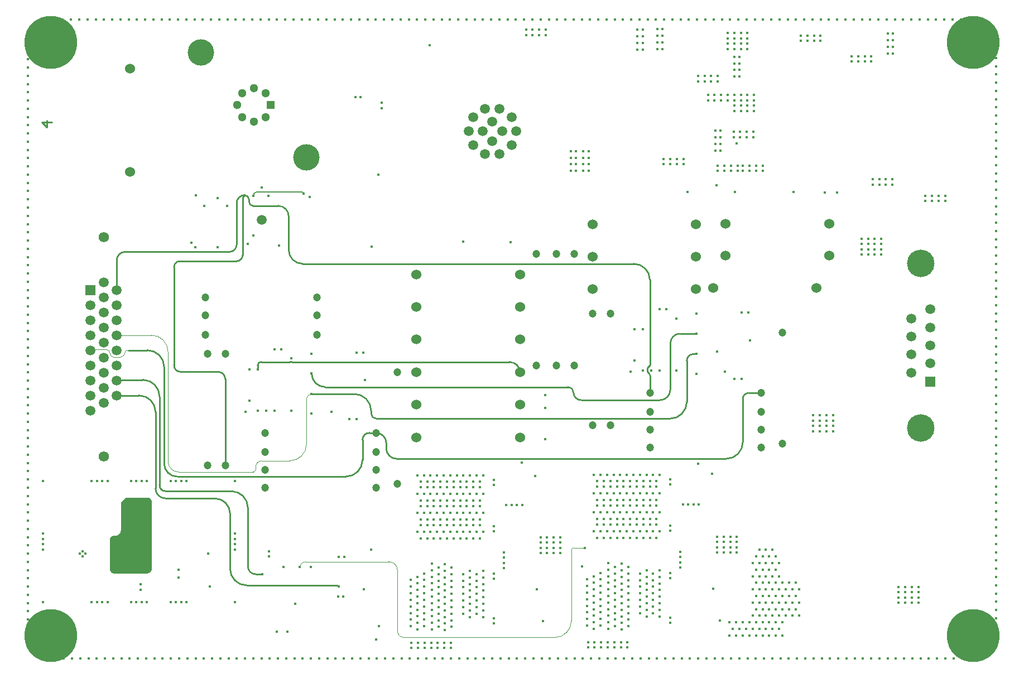
<source format=gbr>
%TF.GenerationSoftware,Altium Limited,Altium Designer,24.2.2 (26)*%
G04 Layer_Physical_Order=4*
G04 Layer_Color=16440176*
%FSLAX45Y45*%
%MOMM*%
%TF.SameCoordinates,B61E387C-C652-4A73-A4A4-6DD95E315EF5*%
%TF.FilePolarity,Positive*%
%TF.FileFunction,Copper,L4,Inr,Signal*%
%TF.Part,Single*%
G01*
G75*
%TA.AperFunction,Conductor*%
%ADD10C,0.25400*%
%ADD11C,0.10000*%
%ADD12C,0.15000*%
%TA.AperFunction,NonConductor*%
%ADD82C,0.25400*%
%TA.AperFunction,ComponentPad*%
%ADD85C,1.30000*%
%ADD86R,1.30000X1.30000*%
%ADD87C,1.50000*%
%ADD88C,1.20000*%
%ADD90R,1.50000X1.50000*%
%ADD91C,1.57500*%
%ADD92C,1.50800*%
%ADD93R,1.50800X1.50800*%
%ADD94C,4.16600*%
%TA.AperFunction,ViaPad*%
%ADD95C,4.00000*%
%ADD96C,8.00000*%
%ADD97C,0.45000*%
%ADD98C,1.50000*%
%TA.AperFunction,ComponentPad*%
%ADD110C,1.52400*%
G36*
X4636600Y4121100D02*
Y4113220D01*
X4633525Y4097764D01*
X4627495Y4083205D01*
X4618740Y4070103D01*
X4607597Y4058959D01*
X4594494Y4050204D01*
X4579935Y4044174D01*
X4564479Y4041100D01*
X4556600D01*
D01*
X4066600D01*
X4059705D01*
X4046181Y4043789D01*
X4033442Y4049066D01*
X4021977Y4056727D01*
X4012227Y4066477D01*
X4004567Y4077942D01*
X3999290Y4090681D01*
X3996600Y4104205D01*
Y4111099D01*
D01*
Y4551100D01*
Y4563034D01*
X4005734Y4585087D01*
X4022612Y4601965D01*
X4044665Y4611099D01*
X4056600D01*
D01*
X4066600D01*
X4076401Y4611581D01*
X4095628Y4615405D01*
X4113739Y4622907D01*
X4130039Y4633798D01*
X4143901Y4647660D01*
X4154792Y4663960D01*
X4162294Y4682071D01*
X4166118Y4701298D01*
X4166600Y4711100D01*
D01*
Y5081100D01*
Y5091933D01*
X4170827Y5113185D01*
X4179119Y5133204D01*
X4191157Y5151220D01*
X4206479Y5166542D01*
X4224495Y5178580D01*
X4244514Y5186872D01*
X4265766Y5191100D01*
X4276600D01*
D01*
X4576600D01*
X4588534D01*
X4610587Y5181965D01*
X4627465Y5165087D01*
X4636600Y5143034D01*
Y5131099D01*
D01*
Y4121100D01*
D02*
G37*
D10*
X6738449Y7249639D02*
G03*
X6734292Y7250000I-4271J-25039D01*
G01*
X6761749D02*
G03*
X6757600Y7249640I114J-25400D01*
G01*
X10218021Y7094002D02*
G03*
X10062023Y7250000I-155998J0D01*
G01*
X6290000D02*
G03*
X6240521Y7200521I0J-49479D01*
G01*
X6738449Y7249639D02*
G03*
X6757600Y7249640I9572J54364D01*
G01*
X6110000Y9710000D02*
G03*
X6040000Y9780000I-70000J0D01*
G01*
D02*
G03*
X5920000Y9660000I0J-120000D01*
G01*
X6710000Y8950000D02*
G03*
X6920000Y8740000I210000J0D01*
G01*
X5060000Y8780000D02*
G03*
X4970000Y8690000I0J-90000D01*
G01*
X5920000Y8780000D02*
G03*
X6010000Y8870000I0J90000D01*
G01*
X12190000Y7047320D02*
G03*
X12170000Y7090000I-55538J0D01*
G01*
X12190000Y8496000D02*
G03*
X11946000Y8740000I-244000J0D01*
G01*
X7058021Y7074002D02*
G03*
X7262023Y6870000I204002J0D01*
G01*
X4820000Y7174600D02*
G03*
X4566000Y7428600I-254000J0D01*
G01*
X4820000Y5710000D02*
G03*
X5020000Y5510000I200000J0D01*
G01*
X7576000D02*
G03*
X7830000Y5764000I0J254000D01*
G01*
X7934002Y6174002D02*
G03*
X7830000Y6070000I0J-104002D01*
G01*
X8190000Y6022024D02*
G03*
X8038021Y6174002I-151979J0D01*
G01*
X11030000Y6790000D02*
G03*
X10950000Y6870000I-80000J0D01*
G01*
X11030000Y6790000D02*
G03*
X11150000Y6670000I120000J0D01*
G01*
X12340000D02*
G03*
X12500000Y6830000I0J160000D01*
G01*
X12650000Y7680000D02*
G03*
X12500000Y7530000I0J-150000D01*
G01*
X7960000Y6510002D02*
G03*
X7706000Y6764002I-254000J0D01*
G01*
X7960000Y6470000D02*
G03*
X8040000Y6390000I80000J0D01*
G01*
X12496000D02*
G03*
X12750000Y6644000I0J254000D01*
G01*
X12850000Y7370000D02*
G03*
X12750000Y7270000I0J-100000D01*
G01*
X8190000Y5940000D02*
G03*
X8350000Y5780000I160000J0D01*
G01*
X13346001D02*
G03*
X13600000Y6034000I0J254000D01*
G01*
X13689999Y6780000D02*
G03*
X13600000Y6690000I0J-90000D01*
G01*
X4970000Y7200000D02*
G03*
X5070000Y7100000I100000J0D01*
G01*
X5748021Y6991979D02*
G03*
X5640000Y7100000I-108021J0D01*
G01*
X7470000Y3840000D02*
G03*
X7450000Y3860000I-20000J0D01*
G01*
X5820000Y4114000D02*
G03*
X6074000Y3860000I254000J0D01*
G01*
X5820000Y4950000D02*
G03*
X5590000Y5180000I-230000J0D01*
G01*
X4690000Y5330000D02*
G03*
X4840000Y5180000I150000J0D01*
G01*
X4690000Y6490000D02*
G03*
X4437200Y6742800I-252800J0D01*
G01*
X4108600Y6980000D02*
G03*
X4100000Y6971400I0J-8600D01*
G01*
X4750000Y6726000D02*
G03*
X4496000Y6980000I-254000J0D01*
G01*
X4750000Y5380000D02*
G03*
X4840000Y5290000I90000J0D01*
G01*
X6090000Y5040000D02*
G03*
X5840000Y5290000I-250000J0D01*
G01*
X6090000Y4150000D02*
G03*
X6210000Y4030000I120000J0D01*
G01*
X6110000Y9676863D02*
G03*
X6166862Y9620000I56862J0D01*
G01*
X5810000Y8920000D02*
G03*
X5920000Y9030000I0J110000D01*
G01*
X6710000Y9460000D02*
G03*
X6550000Y9620000I-160000J0D01*
G01*
X4230000Y8920000D02*
G03*
X4100000Y8790000I0J-130000D01*
G01*
X6761750Y7250000D02*
X10062023D01*
X6761749D02*
X6761750D01*
X6290000D02*
X6734292D01*
X6240521Y7139609D02*
Y7200521D01*
X6040000Y9775321D02*
Y9780000D01*
X6710000Y8950000D02*
Y9460000D01*
X4970000Y7200000D02*
Y8690000D01*
X5060000Y8780000D02*
X5920000D01*
X6010000Y9745321D02*
X6040000Y9775321D01*
X6010000Y8870000D02*
Y9745321D01*
X12153946Y7124606D02*
Y7166292D01*
Y7124606D02*
X12153946Y7124606D01*
X12169771Y7090000D02*
X12169999D01*
X12170000Y7090000D01*
X12153946Y7105825D02*
X12169771Y7090000D01*
X12190000Y7202346D02*
Y8496000D01*
X12153946Y7166292D02*
X12190000Y7202346D01*
Y6780000D02*
Y7047320D01*
X12153946Y7105825D02*
Y7124606D01*
X6920000Y8740000D02*
X11946000D01*
X7058021Y6764002D02*
X7706000D01*
X4276234Y7428600D02*
X4566000D01*
X4820000Y5710000D02*
Y7174600D01*
X5020000Y5510000D02*
X7576000D01*
X7830000Y5764000D02*
Y6070000D01*
X7934002Y6174002D02*
X8038021D01*
X7262023Y6870000D02*
X10950000D01*
X11150000Y6670000D02*
X12340000D01*
X12500000Y6830000D02*
Y7530000D01*
X12650000Y7680000D02*
X12900000D01*
X7960000Y6470000D02*
Y6510002D01*
X8040000Y6390000D02*
X12496000D01*
X12750000Y6644000D02*
Y7270000D01*
X12850000Y7370000D02*
X12900000D01*
X8190000Y5940000D02*
Y6022024D01*
X8350000Y5780000D02*
X13346001D01*
X13600000Y6034000D02*
Y6690000D01*
X13689999Y6780000D02*
X13880000D01*
X5070000Y7100000D02*
X5640000D01*
X5748021Y5684003D02*
Y6991979D01*
X4750000Y5380000D02*
Y6726000D01*
X4690000Y5330000D02*
Y6490000D01*
X6074000Y3860000D02*
X7450000D01*
X5820000Y4114000D02*
Y4950000D01*
X4840000Y5180000D02*
X5590000D01*
X4100000Y6742800D02*
X4437200D01*
X4108600Y6980000D02*
X4496000D01*
X4840000Y5290000D02*
X5840000D01*
X6090000Y4150000D02*
Y5040000D01*
X6210000Y4030000D02*
X6310000D01*
X6110000Y9676863D02*
Y9710000D01*
X6166862Y9620000D02*
X6550000D01*
X5920000Y9030000D02*
Y9660000D01*
X4230000Y8920000D02*
X5810000D01*
X4100000Y8343000D02*
Y8790000D01*
D11*
X7058021Y6764002D02*
G03*
X6980000Y6685982I0J-78021D01*
G01*
X6726000Y5750000D02*
G03*
X6980000Y6004000I0J254000D01*
G01*
X6300000Y5750000D02*
G03*
X6210000Y5660000I0J-90000D01*
G01*
X6170000Y5580000D02*
G03*
X6210000Y5620000I0J40000D01*
G01*
X4880000Y5740000D02*
G03*
X5040000Y5580000I160000J0D01*
G01*
X4880000Y7403200D02*
G03*
X4626000Y7657200I-254000J0D01*
G01*
X3715400Y7440000D02*
G03*
X3704000Y7428600I0J-11400D01*
G01*
X4000000Y7380000D02*
G03*
X3940000Y7440000I-60000J0D01*
G01*
X4000000Y7380000D02*
G03*
X4060000Y7320000I60000J0D01*
G01*
X4140000D02*
G03*
X4230000Y7410000I0J90000D01*
G01*
X4248600Y7428600D02*
G03*
X4230000Y7410000I0J-18600D01*
G01*
X6960000Y4220000D02*
G03*
X6880000Y4140000I0J-80000D01*
G01*
X8360000Y4090000D02*
G03*
X8230000Y4220000I-130000J0D01*
G01*
X8360000Y3170000D02*
G03*
X8460000Y3070000I100000J0D01*
G01*
X10746000D02*
G03*
X11000000Y3324000I0J254000D01*
G01*
X11030000Y4430000D02*
G03*
X11000000Y4400000I0J-30000D01*
G01*
X6980000Y6004000D02*
Y6685982D01*
X6300000Y5750000D02*
X6726000D01*
X6210000Y5620000D02*
Y5660000D01*
X5040000Y5580000D02*
X6170000D01*
X4880000Y5740000D02*
Y7403200D01*
X4100000Y7657200D02*
X4626000D01*
X3715400Y7440000D02*
X3940000D01*
X4060000Y7320000D02*
X4140000D01*
X4248600Y7428600D02*
X4276234D01*
X6960000Y4220000D02*
X8230000D01*
X8360000Y3170000D02*
Y4090000D01*
X8460000Y3070000D02*
X10746000D01*
X11000000Y3324000D02*
Y4400000D01*
X11030000Y4430000D02*
X11200000D01*
D12*
X6940000Y9800000D02*
G03*
X6910000Y9830000I-30000J0D01*
G01*
X6230000D02*
G03*
X6170000Y9770000I0J-60000D01*
G01*
X6230000Y9830000D02*
X6910000D01*
D82*
X3114600Y10891575D02*
X2962249D01*
X3038424Y10815400D01*
Y10916967D01*
D85*
X6182000Y11401000D02*
D03*
Y10893000D02*
D03*
X5928000Y11147000D02*
D03*
X6002395Y11326605D02*
D03*
X6361605D02*
D03*
X6002395Y10967395D02*
D03*
X6361605D02*
D03*
D86*
X6436000Y11147000D02*
D03*
D87*
X10091246Y10538397D02*
D03*
X9911246Y10407620D02*
D03*
X9688754D02*
D03*
X9508754Y10538397D02*
D03*
Y10961603D02*
D03*
X9688754Y11092380D02*
D03*
X10091246Y10961603D02*
D03*
X9911246Y11092380D02*
D03*
X9800000Y10900000D02*
D03*
Y10600000D02*
D03*
X9650000Y10750000D02*
D03*
X9440000D02*
D03*
X10160000D02*
D03*
X9950000D02*
D03*
X3704000Y8114400D02*
D03*
Y7885800D02*
D03*
Y7657200D02*
D03*
Y7428600D02*
D03*
Y7200000D02*
D03*
Y6971400D02*
D03*
Y6742800D02*
D03*
Y6514000D02*
D03*
X3902000Y8457300D02*
D03*
Y8228700D02*
D03*
Y8000100D02*
D03*
Y7771500D02*
D03*
Y7542900D02*
D03*
Y7314300D02*
D03*
Y7085700D02*
D03*
Y6857100D02*
D03*
Y6628500D02*
D03*
X4100000Y8343000D02*
D03*
Y8114400D02*
D03*
Y7885800D02*
D03*
Y7657200D02*
D03*
Y7428600D02*
D03*
Y7200000D02*
D03*
Y6971400D02*
D03*
Y6742800D02*
D03*
D88*
X5748021Y5684003D02*
D03*
Y7374003D02*
D03*
X8038021Y5614002D02*
D03*
X6348021D02*
D03*
X7135997Y7660000D02*
D03*
X5445997D02*
D03*
X5445998Y7960000D02*
D03*
X7135998D02*
D03*
X5445998Y8230001D02*
D03*
X7135998D02*
D03*
X5478021Y5684003D02*
D03*
Y7374003D02*
D03*
X8358021Y7094002D02*
D03*
Y5404002D02*
D03*
X6348021Y6174002D02*
D03*
X8038021D02*
D03*
Y5344002D02*
D03*
X6348021D02*
D03*
X8038021Y5884002D02*
D03*
X6348021D02*
D03*
X12190000Y6220000D02*
D03*
X13880000D02*
D03*
X12190000Y5950000D02*
D03*
X13880000D02*
D03*
X11320000Y6290000D02*
D03*
Y7980000D02*
D03*
X12190000Y6780000D02*
D03*
X13880000D02*
D03*
X14200000Y7700000D02*
D03*
Y6010000D02*
D03*
X11590000Y6290000D02*
D03*
Y7980000D02*
D03*
X10770000Y8890000D02*
D03*
Y7200000D02*
D03*
X11040000Y8890000D02*
D03*
Y7200000D02*
D03*
X10470000Y7200000D02*
D03*
Y8890000D02*
D03*
X13880000Y6490000D02*
D03*
X12190000D02*
D03*
D90*
X3704000Y8343000D02*
D03*
D91*
X3902000Y9145000D02*
D03*
Y5813000D02*
D03*
D92*
X16158000Y7911000D02*
D03*
Y7637000D02*
D03*
Y7363000D02*
D03*
Y7089000D02*
D03*
X16442000Y8048000D02*
D03*
Y7774000D02*
D03*
Y7500000D02*
D03*
Y7226000D02*
D03*
D93*
Y6952000D02*
D03*
D94*
X16300000Y8749500D02*
D03*
Y6250500D02*
D03*
D95*
X6978470Y10353194D02*
D03*
X5382000Y11947000D02*
D03*
D96*
X17100000Y12100000D02*
D03*
Y3100000D02*
D03*
X3100000D02*
D03*
Y12100000D02*
D03*
D97*
X7470000Y3840000D02*
D03*
X16570000Y9690000D02*
D03*
X16470000D02*
D03*
Y9770000D02*
D03*
X16570000D02*
D03*
X15963000Y3756000D02*
D03*
X16063000D02*
D03*
X15963000Y3836000D02*
D03*
X16163000D02*
D03*
Y3756000D02*
D03*
X16263000D02*
D03*
X16063000Y3836000D02*
D03*
X16263000D02*
D03*
X15963000Y3596000D02*
D03*
Y3676000D02*
D03*
X16263000D02*
D03*
X16063000Y3596000D02*
D03*
X16163000D02*
D03*
X16263000D02*
D03*
X16063000Y3676000D02*
D03*
X16163000D02*
D03*
X8850000Y12060000D02*
D03*
X13200000Y9930000D02*
D03*
X14400008Y3900002D02*
D03*
X14450008Y3800002D02*
D03*
X14400008Y3700002D02*
D03*
X14450008Y3600002D02*
D03*
X14400008Y3500002D02*
D03*
X14450008Y3400002D02*
D03*
X14300008Y3900002D02*
D03*
X14350008Y3800002D02*
D03*
X14300008Y3700002D02*
D03*
X14350008Y3600002D02*
D03*
X14300008Y3500002D02*
D03*
X14350008Y3400002D02*
D03*
X14200008Y3900002D02*
D03*
X14250008Y3800002D02*
D03*
X14200008Y3700002D02*
D03*
X14250008Y3600002D02*
D03*
X14200008Y3500002D02*
D03*
X14250008Y3400002D02*
D03*
X14200008Y3300002D02*
D03*
Y3100002D02*
D03*
X14100008Y4300002D02*
D03*
X14150008Y4200002D02*
D03*
X14100008Y4100002D02*
D03*
X14150008Y4000002D02*
D03*
X14100008Y3900002D02*
D03*
X14150008Y3800002D02*
D03*
X14100008Y3700002D02*
D03*
X14150008Y3600002D02*
D03*
X14100008Y3500002D02*
D03*
X14150008Y3400002D02*
D03*
X14100008Y3300002D02*
D03*
X14150008Y3200002D02*
D03*
X14100008Y3100002D02*
D03*
X14050008Y4400002D02*
D03*
X14000008Y4300002D02*
D03*
X14050008Y4200002D02*
D03*
X14000008Y4100002D02*
D03*
X14050008Y4000002D02*
D03*
X14000008Y3900002D02*
D03*
X14050008Y3800002D02*
D03*
X14000008Y3700002D02*
D03*
X14050008Y3600002D02*
D03*
X14000008Y3500002D02*
D03*
X14050008Y3400002D02*
D03*
X14000008Y3300002D02*
D03*
X14050008Y3200002D02*
D03*
X14000008Y3100002D02*
D03*
X13950008Y4400002D02*
D03*
X13900008Y4300002D02*
D03*
X13950008Y4200002D02*
D03*
X13900008Y4100002D02*
D03*
X13950008Y4000002D02*
D03*
X13900008Y3900002D02*
D03*
X13950008Y3800002D02*
D03*
X13900008Y3700002D02*
D03*
X13950008Y3600002D02*
D03*
X13900008Y3500002D02*
D03*
X13950008Y3400002D02*
D03*
X13900008Y3300002D02*
D03*
X13950008Y3200002D02*
D03*
X13900008Y3100002D02*
D03*
X13850008Y4400002D02*
D03*
X13800008Y4300002D02*
D03*
X13850008Y4200002D02*
D03*
X13800008Y4100002D02*
D03*
X13850008Y4000002D02*
D03*
X13800008Y3900002D02*
D03*
X13850008Y3800002D02*
D03*
X13800008Y3700002D02*
D03*
X13850008Y3600002D02*
D03*
X13800008Y3500002D02*
D03*
X13850008Y3400002D02*
D03*
X13800008Y3300002D02*
D03*
X13850008Y3200002D02*
D03*
X13800008Y3100002D02*
D03*
X13750008Y4200002D02*
D03*
Y4000002D02*
D03*
Y3800002D02*
D03*
Y3600002D02*
D03*
Y3400002D02*
D03*
X13700008Y3300002D02*
D03*
X13750008Y3200002D02*
D03*
X13700008Y3100002D02*
D03*
X13600008Y3300002D02*
D03*
X13650008Y3200002D02*
D03*
X13600008Y3100002D02*
D03*
X13500008Y3300002D02*
D03*
X13550008Y3200002D02*
D03*
X13500008Y3100002D02*
D03*
X13400008Y3300002D02*
D03*
X13450008Y3200002D02*
D03*
X13400008Y3100002D02*
D03*
X4586600Y4261100D02*
D03*
Y4191100D02*
D03*
X4556600Y4131100D02*
D03*
X4486600D02*
D03*
X4426600D02*
D03*
X4366600D02*
D03*
X4306600D02*
D03*
X4246600D02*
D03*
X4186600D02*
D03*
X4126600D02*
D03*
X4076600Y4161100D02*
D03*
X4056600Y4221100D02*
D03*
Y4281100D02*
D03*
Y4341100D02*
D03*
Y4401100D02*
D03*
Y4461100D02*
D03*
Y4521100D02*
D03*
X4106600Y4561100D02*
D03*
X4156600Y4601100D02*
D03*
X4206600Y4641100D02*
D03*
X4236600Y4691100D02*
D03*
Y4751099D02*
D03*
Y4811100D02*
D03*
Y4871099D02*
D03*
Y4931100D02*
D03*
Y4991099D02*
D03*
Y5051100D02*
D03*
X4266600Y5101100D02*
D03*
X4316600Y5131099D02*
D03*
X4376600D02*
D03*
X4436600D02*
D03*
X4496600D02*
D03*
X4556600D02*
D03*
X4586600Y5091100D02*
D03*
Y5031100D02*
D03*
Y4971100D02*
D03*
Y4911100D02*
D03*
Y4851100D02*
D03*
Y4791100D02*
D03*
Y4731100D02*
D03*
Y4671100D02*
D03*
Y4611099D02*
D03*
Y4551100D02*
D03*
Y4491099D02*
D03*
Y4431100D02*
D03*
Y4371099D02*
D03*
Y4311100D02*
D03*
X12500000Y3290000D02*
D03*
X13330000Y7100000D02*
D03*
X12214261Y7124100D02*
D03*
X12080000Y7120000D02*
D03*
X8121000Y11181900D02*
D03*
X10604002Y6556979D02*
D03*
Y6746979D02*
D03*
X11900000Y7100000D02*
D03*
X3800000Y5440000D02*
D03*
X3960000D02*
D03*
X4480000D02*
D03*
X5000000D02*
D03*
X5080000D02*
D03*
X4400000D02*
D03*
X4560000D02*
D03*
X12500000Y3370000D02*
D03*
X12672544Y2753116D02*
D03*
X12547544D02*
D03*
X12340000Y3590000D02*
D03*
X12240000Y3640000D02*
D03*
X12500000Y4050000D02*
D03*
Y3970000D02*
D03*
Y4770000D02*
D03*
X12650000Y4210000D02*
D03*
Y4370000D02*
D03*
Y4290000D02*
D03*
Y4130000D02*
D03*
X12930000Y5090000D02*
D03*
X12850000D02*
D03*
X12500000Y5470000D02*
D03*
Y5390000D02*
D03*
X12290000Y5440000D02*
D03*
X9661214Y5531212D02*
D03*
X10450000Y5520000D02*
D03*
X10631214Y4351213D02*
D03*
Y4431212D02*
D03*
Y4511212D02*
D03*
Y4591212D02*
D03*
X10531214Y4351213D02*
D03*
Y4431212D02*
D03*
Y4511212D02*
D03*
Y4591212D02*
D03*
X13130000Y5550000D02*
D03*
X6310000Y4030000D02*
D03*
X6085200Y9040000D02*
D03*
X6940000Y9800000D02*
D03*
X6880000Y4140000D02*
D03*
X11200000Y4430000D02*
D03*
X11160000Y4150000D02*
D03*
X6632900Y4140000D02*
D03*
X7360000Y6490000D02*
D03*
X5898000Y5440000D02*
D03*
X2982000D02*
D03*
Y3610000D02*
D03*
X5898000D02*
D03*
X10080000Y9070000D02*
D03*
X7970000Y9000000D02*
D03*
X9358021Y9074002D02*
D03*
X7960000Y4400000D02*
D03*
X12590000Y7120000D02*
D03*
X10171214Y5081212D02*
D03*
X10251214D02*
D03*
X10011214D02*
D03*
X10831214Y4591212D02*
D03*
X10731214Y4511212D02*
D03*
Y4431212D02*
D03*
X10831214Y4351213D02*
D03*
X10731214D02*
D03*
X9971214Y4361212D02*
D03*
Y4121212D02*
D03*
Y4201212D02*
D03*
Y4281212D02*
D03*
X8571214Y2991212D02*
D03*
X8671214D02*
D03*
X8871214D02*
D03*
X9071214D02*
D03*
X8971214D02*
D03*
X8571214Y2911212D02*
D03*
X8671214D02*
D03*
X8871214D02*
D03*
X8771214D02*
D03*
X9071214D02*
D03*
X8971214D02*
D03*
X10571214Y3321212D02*
D03*
X9821214Y5461212D02*
D03*
Y5381212D02*
D03*
Y4761212D02*
D03*
Y4681212D02*
D03*
Y3961212D02*
D03*
Y4041212D02*
D03*
Y3281212D02*
D03*
Y3361212D02*
D03*
X8881214Y3491212D02*
D03*
Y3991212D02*
D03*
Y3891212D02*
D03*
Y3791212D02*
D03*
Y3591212D02*
D03*
Y3691212D02*
D03*
Y3391212D02*
D03*
Y3191212D02*
D03*
Y4091212D02*
D03*
Y4191212D02*
D03*
X8561214Y3541212D02*
D03*
Y3841213D02*
D03*
Y3741212D02*
D03*
Y3641212D02*
D03*
Y3441212D02*
D03*
Y3341212D02*
D03*
Y3241212D02*
D03*
Y3941213D02*
D03*
X8761214Y3841213D02*
D03*
Y3641212D02*
D03*
X8661214Y3891213D02*
D03*
Y3691213D02*
D03*
X8761214Y3541212D02*
D03*
X8661214Y3591213D02*
D03*
X8761214Y3741212D02*
D03*
X8661214Y3791213D02*
D03*
X8761214Y3441212D02*
D03*
X8661214Y3191212D02*
D03*
Y3391212D02*
D03*
X8761214Y3341212D02*
D03*
X8661214Y3491212D02*
D03*
X8761214Y3241212D02*
D03*
X8661214Y3291212D02*
D03*
X8761214Y3941213D02*
D03*
Y4041213D02*
D03*
X8661214Y3991213D02*
D03*
X8981214Y3631212D02*
D03*
Y3931213D02*
D03*
Y3431212D02*
D03*
Y3831213D02*
D03*
Y4031213D02*
D03*
Y3531212D02*
D03*
Y4131213D02*
D03*
Y3731213D02*
D03*
X9181214Y4131213D02*
D03*
Y4031213D02*
D03*
X9081214Y3781213D02*
D03*
Y3881213D02*
D03*
Y3981213D02*
D03*
Y4181213D02*
D03*
Y4081213D02*
D03*
Y3481212D02*
D03*
Y3581213D02*
D03*
Y3681213D02*
D03*
X9181214Y3231212D02*
D03*
Y3331212D02*
D03*
X9081214Y3381212D02*
D03*
Y3181212D02*
D03*
Y3281212D02*
D03*
X8981214Y3331212D02*
D03*
Y3231212D02*
D03*
X9181214Y3731213D02*
D03*
Y3431212D02*
D03*
Y3831213D02*
D03*
Y3631212D02*
D03*
Y3931213D02*
D03*
Y3531212D02*
D03*
X9661214Y3781212D02*
D03*
Y4081212D02*
D03*
Y3981212D02*
D03*
Y3881212D02*
D03*
Y3681212D02*
D03*
Y3381212D02*
D03*
Y3581212D02*
D03*
Y3481212D02*
D03*
X9461214Y3381212D02*
D03*
X9361214Y3731212D02*
D03*
X9561214Y3531212D02*
D03*
Y3431212D02*
D03*
X9461214Y3681212D02*
D03*
X9361214Y3631212D02*
D03*
Y3531212D02*
D03*
Y3431212D02*
D03*
X9561214Y3731212D02*
D03*
Y3631212D02*
D03*
X9461214Y3481212D02*
D03*
Y3581212D02*
D03*
X9361214Y4031212D02*
D03*
X9561214D02*
D03*
X9461214Y3981212D02*
D03*
Y3781212D02*
D03*
Y4081212D02*
D03*
X9361214Y3931212D02*
D03*
X9561214D02*
D03*
X9361214Y3831212D02*
D03*
X9461214Y3881212D02*
D03*
X9561214Y3831212D02*
D03*
X9461214Y5531212D02*
D03*
X9561214D02*
D03*
X8961214D02*
D03*
X9061214D02*
D03*
X9261214D02*
D03*
X9361214D02*
D03*
X9161214D02*
D03*
X8861214D02*
D03*
X8661214D02*
D03*
X8761214D02*
D03*
X9611214Y5431212D02*
D03*
X8811214D02*
D03*
X9311214D02*
D03*
X9511214D02*
D03*
X8711214D02*
D03*
X9211214D02*
D03*
X9011214D02*
D03*
X9111214D02*
D03*
X8911214D02*
D03*
X9411214D02*
D03*
X9611214Y5061212D02*
D03*
X8811214D02*
D03*
X8911214D02*
D03*
X8711214D02*
D03*
X9011214D02*
D03*
X9611214Y4861212D02*
D03*
X9661214Y4961212D02*
D03*
X9011214Y4861212D02*
D03*
X8761214Y4961212D02*
D03*
X8911214Y4861212D02*
D03*
X8711214D02*
D03*
X8661214Y4961212D02*
D03*
X8861214D02*
D03*
X8961214D02*
D03*
X8811214Y4861212D02*
D03*
X9061214Y4961212D02*
D03*
X9311214Y4861212D02*
D03*
X9261214Y4961212D02*
D03*
X9161214D02*
D03*
X9211214Y4861212D02*
D03*
X9111214D02*
D03*
Y5061212D02*
D03*
X9211214D02*
D03*
X9311214D02*
D03*
X9561214Y4961212D02*
D03*
X9511214Y5061212D02*
D03*
Y4861212D02*
D03*
X9461214Y4961212D02*
D03*
X9361214D02*
D03*
X9411214Y5061212D02*
D03*
Y4861212D02*
D03*
X9611214Y4571212D02*
D03*
X9661214Y4671212D02*
D03*
X9611214Y4771212D02*
D03*
X9011214Y4571212D02*
D03*
X8661214Y4671212D02*
D03*
X8711214Y4571212D02*
D03*
X8811214D02*
D03*
X8761214Y4671212D02*
D03*
X8861214D02*
D03*
X8911214Y4571212D02*
D03*
X8961214Y4671212D02*
D03*
X9061214D02*
D03*
X8711214Y4771212D02*
D03*
X8911214D02*
D03*
X9011214D02*
D03*
X8811214D02*
D03*
X9311214D02*
D03*
Y4571212D02*
D03*
X9161214Y4671212D02*
D03*
X9111214Y4771212D02*
D03*
X9261214Y4671212D02*
D03*
X9211214Y4571212D02*
D03*
X9111214D02*
D03*
X9211214Y4771212D02*
D03*
X9411214Y4571212D02*
D03*
X9511214Y4771212D02*
D03*
Y4571212D02*
D03*
X9461214Y4671212D02*
D03*
X9561214D02*
D03*
X9361214D02*
D03*
X9411214Y4771212D02*
D03*
X9011214Y5351212D02*
D03*
X9061214Y5251212D02*
D03*
X8811214Y5351212D02*
D03*
X8911214D02*
D03*
X8961214Y5251212D02*
D03*
X8711214Y5351212D02*
D03*
X8761214Y5251212D02*
D03*
X8861214D02*
D03*
X8661214D02*
D03*
X9611214Y5351212D02*
D03*
X9661214Y5251212D02*
D03*
X9611214Y5151212D02*
D03*
X8911214D02*
D03*
X9011214D02*
D03*
X8811214D02*
D03*
X8711214D02*
D03*
X9111214Y5351212D02*
D03*
X9261214Y5251212D02*
D03*
X9111214Y5151212D02*
D03*
X9161214Y5251212D02*
D03*
X9211214Y5351212D02*
D03*
Y5151212D02*
D03*
X9411214Y5351212D02*
D03*
X9311214Y5151212D02*
D03*
X9561214Y5251212D02*
D03*
X9511214Y5151212D02*
D03*
X9411214D02*
D03*
X9461214Y5251212D02*
D03*
X9511214Y5351212D02*
D03*
X9361214Y5251212D02*
D03*
X9311214Y5351212D02*
D03*
X10091214Y5081212D02*
D03*
X8881214Y3291212D02*
D03*
X10471214Y3801212D02*
D03*
X10604002Y6081979D02*
D03*
X6498021Y7444002D02*
D03*
X6240521Y7139609D02*
D03*
X6113521D02*
D03*
X6748021Y7304002D02*
D03*
X7058021Y7374003D02*
D03*
X6598021Y7444002D02*
D03*
X7058021Y7074002D02*
D03*
X7738021Y7394002D02*
D03*
X7868021Y6974003D02*
D03*
X7628021Y6384002D02*
D03*
X7838021Y7394002D02*
D03*
X7738021Y6384002D02*
D03*
X6113521Y6666396D02*
D03*
X7058021Y6464003D02*
D03*
X6748021Y6514002D02*
D03*
X6498021D02*
D03*
X6368021D02*
D03*
X6058021Y6494003D02*
D03*
X7058021Y6764002D02*
D03*
X6238021Y6514002D02*
D03*
X13580000Y6990000D02*
D03*
X13470000D02*
D03*
X8070000Y10090000D02*
D03*
X5632500Y9737500D02*
D03*
X6170000Y9170000D02*
D03*
X5630000Y8990000D02*
D03*
X5297500Y8994879D02*
D03*
X6560000Y9020000D02*
D03*
X6040000Y9780000D02*
D03*
X13460001Y10660000D02*
D03*
Y10740000D02*
D03*
X13660001D02*
D03*
X13560001D02*
D03*
Y10660000D02*
D03*
X13660001D02*
D03*
X13760001D02*
D03*
Y10740000D02*
D03*
X13210001Y7410000D02*
D03*
Y4440000D02*
D03*
Y4520000D02*
D03*
X13310001Y4440000D02*
D03*
Y4360000D02*
D03*
Y4520000D02*
D03*
X13250000Y3330000D02*
D03*
X7850000Y3800000D02*
D03*
X10731214Y4591212D02*
D03*
X10831214Y4511212D02*
D03*
Y4431212D02*
D03*
X13410001Y4440000D02*
D03*
X13510001Y4360000D02*
D03*
X13410001D02*
D03*
X13510001Y4440000D02*
D03*
X13210001Y4360000D02*
D03*
X13510001Y4600000D02*
D03*
X13310001D02*
D03*
X13510001Y4520000D02*
D03*
X13410001D02*
D03*
Y4600000D02*
D03*
X13210001D02*
D03*
X14870000Y6280000D02*
D03*
X14770000D02*
D03*
X14970000Y6200000D02*
D03*
X14870000D02*
D03*
X14770000D02*
D03*
X14970000Y6280000D02*
D03*
X14670000D02*
D03*
Y6200000D02*
D03*
X14970000Y6440000D02*
D03*
X14770000D02*
D03*
X14970000Y6360000D02*
D03*
X14870000D02*
D03*
Y6440000D02*
D03*
X14670000D02*
D03*
X14770000Y6360000D02*
D03*
X14670000D02*
D03*
X15600000Y8960000D02*
D03*
X15500000D02*
D03*
X15700000Y8880000D02*
D03*
X15600000D02*
D03*
X15500000D02*
D03*
X15700000Y8960000D02*
D03*
X15400000D02*
D03*
Y8880000D02*
D03*
X15700000Y9120000D02*
D03*
X15500000D02*
D03*
X15700000Y9040000D02*
D03*
X15600000D02*
D03*
Y9120000D02*
D03*
X15400000D02*
D03*
X15500000Y9040000D02*
D03*
X15400000D02*
D03*
X12920000Y5710000D02*
D03*
X10250000Y5720000D02*
D03*
X14839999Y9820000D02*
D03*
X12900000Y7680000D02*
D03*
Y7980000D02*
D03*
Y7070000D02*
D03*
Y7370000D02*
D03*
X13710001Y7580000D02*
D03*
X13680000Y8000000D02*
D03*
X13580000D02*
D03*
X12082501Y7745607D02*
D03*
X11955501Y7272393D02*
D03*
X14480000Y12120000D02*
D03*
Y12200000D02*
D03*
X14780000D02*
D03*
X14680000Y12120000D02*
D03*
X14580000D02*
D03*
X14780000D02*
D03*
X14580000Y12200000D02*
D03*
X14680000D02*
D03*
X15550000Y11890000D02*
D03*
X15250000D02*
D03*
X15550000Y11810000D02*
D03*
X15450000D02*
D03*
X15350000D02*
D03*
X15450000Y11890000D02*
D03*
X15350000D02*
D03*
X15250000Y11810000D02*
D03*
X12380000Y12000000D02*
D03*
Y12100000D02*
D03*
X12300000Y12000000D02*
D03*
Y12100000D02*
D03*
Y12200000D02*
D03*
X12380000D02*
D03*
Y12300000D02*
D03*
X12300000D02*
D03*
X12080000Y11990000D02*
D03*
X12000000D02*
D03*
Y12090000D02*
D03*
Y12190000D02*
D03*
X12080000D02*
D03*
Y12090000D02*
D03*
Y12290000D02*
D03*
X12000000D02*
D03*
X10310000Y12210000D02*
D03*
Y12290000D02*
D03*
X10410000D02*
D03*
X10510000Y12210000D02*
D03*
X10610000D02*
D03*
X10410000D02*
D03*
X10510000Y12290000D02*
D03*
X10610000D02*
D03*
X10990000Y10450000D02*
D03*
Y10350000D02*
D03*
Y10250000D02*
D03*
Y10150000D02*
D03*
X11070000Y10450000D02*
D03*
Y10350000D02*
D03*
Y10250000D02*
D03*
Y10150000D02*
D03*
X10990000Y10350000D02*
D03*
Y10250000D02*
D03*
Y10150000D02*
D03*
Y10350000D02*
D03*
Y10250000D02*
D03*
Y10150000D02*
D03*
X11070000Y10350000D02*
D03*
Y10250000D02*
D03*
Y10150000D02*
D03*
X11180000Y10450000D02*
D03*
Y10350000D02*
D03*
Y10250000D02*
D03*
Y10150000D02*
D03*
X11260000Y10450000D02*
D03*
Y10350000D02*
D03*
Y10250000D02*
D03*
Y10150000D02*
D03*
X11180000Y10350000D02*
D03*
Y10250000D02*
D03*
Y10150000D02*
D03*
Y10350000D02*
D03*
Y10250000D02*
D03*
Y10150000D02*
D03*
X11260000Y10350000D02*
D03*
Y10250000D02*
D03*
Y10150000D02*
D03*
X13900000Y10230000D02*
D03*
X13800000D02*
D03*
X13900000Y10150000D02*
D03*
X13700000D02*
D03*
X13600000D02*
D03*
X13700000Y10230000D02*
D03*
X13600000D02*
D03*
X13800000Y10150000D02*
D03*
X13520000Y10230000D02*
D03*
X13420000D02*
D03*
X13520000Y10150000D02*
D03*
X13420000D02*
D03*
X13320000D02*
D03*
X13220000D02*
D03*
X13320000Y10230000D02*
D03*
X13220000D02*
D03*
X12700000Y10330000D02*
D03*
X12600000D02*
D03*
X12500000D02*
D03*
X12400000D02*
D03*
X12700000Y10250000D02*
D03*
X12600000D02*
D03*
X12400000D02*
D03*
X12500000D02*
D03*
X13220000Y11590000D02*
D03*
X13120000D02*
D03*
X13020000D02*
D03*
X12920000D02*
D03*
X13220000Y11510000D02*
D03*
X13120000D02*
D03*
X13020000D02*
D03*
X12920000D02*
D03*
X13120000Y11590000D02*
D03*
X13020000D02*
D03*
X12920000D02*
D03*
X13120000D02*
D03*
X13020000D02*
D03*
X12920000D02*
D03*
X13120000Y11510000D02*
D03*
X13020000D02*
D03*
X12920000D02*
D03*
X13370000Y12160000D02*
D03*
X13470000D02*
D03*
X13370000Y12240000D02*
D03*
X13570000D02*
D03*
Y12160000D02*
D03*
X13670000D02*
D03*
X13470000Y12240000D02*
D03*
X13670000D02*
D03*
X13370000Y12000000D02*
D03*
Y12080000D02*
D03*
X13670000D02*
D03*
X13470000Y12000000D02*
D03*
X13570000D02*
D03*
X13670000D02*
D03*
X13470000Y12080000D02*
D03*
X13570000D02*
D03*
X13470000Y11060000D02*
D03*
X13670000D02*
D03*
X13770000D02*
D03*
X13470000Y11140000D02*
D03*
X13570000D02*
D03*
X13670000D02*
D03*
X13770000D02*
D03*
X13570000Y11060000D02*
D03*
X13470000Y11220000D02*
D03*
X13770000D02*
D03*
X13470000Y11300000D02*
D03*
X13570000D02*
D03*
X13670000D02*
D03*
X13770000D02*
D03*
X13570000Y11220000D02*
D03*
X13670000D02*
D03*
X13070000D02*
D03*
Y11300000D02*
D03*
X13170000D02*
D03*
X13270000D02*
D03*
X13370000D02*
D03*
X13170000Y11220000D02*
D03*
X13270000D02*
D03*
X13370000D02*
D03*
X13180000Y10760000D02*
D03*
Y10660000D02*
D03*
Y10560000D02*
D03*
Y10460000D02*
D03*
X13260001Y10760000D02*
D03*
Y10660000D02*
D03*
Y10560000D02*
D03*
Y10460000D02*
D03*
X13180000Y10660000D02*
D03*
Y10560000D02*
D03*
Y10460000D02*
D03*
Y10660000D02*
D03*
Y10560000D02*
D03*
Y10460000D02*
D03*
X13260001Y10660000D02*
D03*
Y10560000D02*
D03*
Y10460000D02*
D03*
X13470000Y11880000D02*
D03*
Y11680000D02*
D03*
X13550000Y11880000D02*
D03*
Y11580000D02*
D03*
X13470000D02*
D03*
Y11780000D02*
D03*
X13550000D02*
D03*
Y11680000D02*
D03*
X15870000Y10020000D02*
D03*
X15670000D02*
D03*
X15870000Y9940000D02*
D03*
X15670000D02*
D03*
X15570000Y10020000D02*
D03*
X15770000D02*
D03*
Y9940000D02*
D03*
X15570000D02*
D03*
X16670000Y9770000D02*
D03*
X16370000D02*
D03*
X16670000Y9690000D02*
D03*
X16370000D02*
D03*
X15030000Y9820000D02*
D03*
X14370000Y9830000D02*
D03*
X13480000D02*
D03*
X12760000D02*
D03*
X12340000Y8050000D02*
D03*
X12440000D02*
D03*
X12590000Y7910000D02*
D03*
X12340000Y7120000D02*
D03*
X11955501Y7745607D02*
D03*
X12290000Y5160000D02*
D03*
X12340000Y5260000D02*
D03*
X12290000Y5360000D02*
D03*
X12240000Y5260000D02*
D03*
X12190000Y5360000D02*
D03*
X12140000Y5260000D02*
D03*
X12190000Y5160000D02*
D03*
X12090000Y5360000D02*
D03*
X12040000Y5260000D02*
D03*
X12090000Y5160000D02*
D03*
X11990000D02*
D03*
X11440000Y5540000D02*
D03*
X11640000D02*
D03*
X11490000Y5440000D02*
D03*
X11540000Y5540000D02*
D03*
X11590000Y5440000D02*
D03*
X11690000D02*
D03*
X11740000Y5540000D02*
D03*
X11940000D02*
D03*
X11790000Y5440000D02*
D03*
X11840000Y5540000D02*
D03*
X11890000Y5440000D02*
D03*
X12340000Y5540000D02*
D03*
X12040000D02*
D03*
X12240000D02*
D03*
X12090000Y5440000D02*
D03*
X12140000Y5540000D02*
D03*
X12190000Y5440000D02*
D03*
X11990000D02*
D03*
X12240000Y4680000D02*
D03*
X12290000Y4780000D02*
D03*
Y4580000D02*
D03*
X12190000Y4780000D02*
D03*
X12140000Y4680000D02*
D03*
X12190000Y4580000D02*
D03*
X12090000Y4780000D02*
D03*
X12040000Y4680000D02*
D03*
X12090000Y4580000D02*
D03*
X11990000Y4780000D02*
D03*
Y4580000D02*
D03*
X12500000Y4690000D02*
D03*
X12340000Y4680000D02*
D03*
X11890000Y4780000D02*
D03*
X11790000Y4580000D02*
D03*
X11840000Y4680000D02*
D03*
X11890000Y4580000D02*
D03*
X11790000Y4780000D02*
D03*
X11740000Y4680000D02*
D03*
X11690000Y4780000D02*
D03*
X11640000Y4680000D02*
D03*
X11690000Y4580000D02*
D03*
X11340000Y4680000D02*
D03*
X11540000D02*
D03*
X11590000Y4580000D02*
D03*
X11440000Y4680000D02*
D03*
X11490000Y4580000D02*
D03*
X11390000Y4780000D02*
D03*
Y4580000D02*
D03*
X11490000Y4780000D02*
D03*
X11590000D02*
D03*
X11560000Y4200000D02*
D03*
X11990000Y5070000D02*
D03*
X11940000Y4970000D02*
D03*
X11990000Y4870000D02*
D03*
X11890000D02*
D03*
X11940000Y4680000D02*
D03*
X11890000Y5070000D02*
D03*
X11490000D02*
D03*
X11790000D02*
D03*
X11690000D02*
D03*
X11590000D02*
D03*
X11390000D02*
D03*
X11340000Y4970000D02*
D03*
X11840000D02*
D03*
X11740000D02*
D03*
X11790000Y4870000D02*
D03*
X11640000Y4970000D02*
D03*
X11690000Y4870000D02*
D03*
X11540000Y4970000D02*
D03*
X11590000Y4870000D02*
D03*
X11440000Y4970000D02*
D03*
X11490000Y4870000D02*
D03*
X11390000D02*
D03*
X12290000D02*
D03*
X12690000Y5090000D02*
D03*
X12770000D02*
D03*
X12340000Y4970000D02*
D03*
X12290000Y5070000D02*
D03*
X12240000Y4970000D02*
D03*
X12190000Y5070000D02*
D03*
X12140000Y4970000D02*
D03*
X12190000Y4870000D02*
D03*
X12090000Y5070000D02*
D03*
X12040000Y4970000D02*
D03*
X12090000Y4870000D02*
D03*
X11990000Y5360000D02*
D03*
X11790000D02*
D03*
X11940000Y5260000D02*
D03*
X11890000Y5360000D02*
D03*
X11840000Y5260000D02*
D03*
X11890000Y5160000D02*
D03*
X11740000Y5260000D02*
D03*
X11790000Y5160000D02*
D03*
X11690000Y5360000D02*
D03*
Y5160000D02*
D03*
X11440000Y5260000D02*
D03*
X11640000D02*
D03*
X11590000Y5360000D02*
D03*
X11540000Y5260000D02*
D03*
X11590000Y5160000D02*
D03*
X11490000Y5360000D02*
D03*
Y5160000D02*
D03*
X11390000Y5360000D02*
D03*
X11340000Y5260000D02*
D03*
X11390000Y5160000D02*
D03*
Y5440000D02*
D03*
X11340000Y5540000D02*
D03*
X12340000Y4090000D02*
D03*
X12140000D02*
D03*
X11240000Y3750000D02*
D03*
Y3950000D02*
D03*
Y3850000D02*
D03*
Y3650000D02*
D03*
Y3550000D02*
D03*
Y3450000D02*
D03*
X11250000Y2920000D02*
D03*
X11350000Y3000000D02*
D03*
X11250000D02*
D03*
X11240000Y3250000D02*
D03*
X11350000Y2920000D02*
D03*
X11240000Y3350000D02*
D03*
X11860000Y3240000D02*
D03*
X11760000Y3190000D02*
D03*
X11660000Y3240000D02*
D03*
X11760000Y3290000D02*
D03*
X11660000Y3340000D02*
D03*
X11760000Y3390000D02*
D03*
X11660000Y3440000D02*
D03*
X11760000Y3490000D02*
D03*
X11660000Y3540000D02*
D03*
X11760000Y3590000D02*
D03*
X11660000Y3640000D02*
D03*
X11760000Y3690000D02*
D03*
X11860000Y3740000D02*
D03*
Y3340000D02*
D03*
Y3440000D02*
D03*
Y3540000D02*
D03*
Y3640000D02*
D03*
Y3840000D02*
D03*
Y3940000D02*
D03*
Y4040000D02*
D03*
Y4140000D02*
D03*
X11660000Y3940000D02*
D03*
Y3740000D02*
D03*
X11760000Y3790000D02*
D03*
X11660000Y3840000D02*
D03*
X11760000Y3890000D02*
D03*
Y3990000D02*
D03*
X11660000Y4040000D02*
D03*
X11760000Y4090000D02*
D03*
X11660000Y4140000D02*
D03*
X11760000Y4190001D02*
D03*
X11560000Y3500000D02*
D03*
Y3400000D02*
D03*
Y3199999D02*
D03*
Y3299999D02*
D03*
Y4100000D02*
D03*
Y4000000D02*
D03*
Y3900000D02*
D03*
Y3800000D02*
D03*
Y3700000D02*
D03*
Y3600000D02*
D03*
X11440000Y4050000D02*
D03*
Y3550000D02*
D03*
Y3650000D02*
D03*
Y3750000D02*
D03*
Y3850000D02*
D03*
Y3950000D02*
D03*
Y3450000D02*
D03*
Y3350000D02*
D03*
Y3250000D02*
D03*
X11340000Y3200000D02*
D03*
Y3400000D02*
D03*
Y3500000D02*
D03*
Y3600000D02*
D03*
Y3700000D02*
D03*
Y3800000D02*
D03*
Y3900000D02*
D03*
Y4000000D02*
D03*
Y3300000D02*
D03*
X13150000Y3810000D02*
D03*
X12340000Y3690000D02*
D03*
Y3990000D02*
D03*
Y3890000D02*
D03*
Y3790000D02*
D03*
X12040000Y4040000D02*
D03*
X12140000Y3990000D02*
D03*
X12240000Y4040000D02*
D03*
X12040000Y3940000D02*
D03*
X12140000Y3890000D02*
D03*
X12240000Y3940000D02*
D03*
X12040000Y3840000D02*
D03*
X12140000Y3790000D02*
D03*
X12240000Y3840000D02*
D03*
X12040000Y3740000D02*
D03*
X12140000Y3690000D02*
D03*
X12240000Y3740000D02*
D03*
X12040000Y3640000D02*
D03*
X12340000Y3390000D02*
D03*
Y3490000D02*
D03*
X12140000Y3590000D02*
D03*
Y3490000D02*
D03*
X12240000Y3540000D02*
D03*
X12140000Y3390000D02*
D03*
X12240000Y3439999D02*
D03*
X12040000D02*
D03*
Y3540000D02*
D03*
X11450000Y3000000D02*
D03*
X11550000D02*
D03*
X11650000D02*
D03*
X11750000D02*
D03*
X11850000D02*
D03*
X11450000Y2920000D02*
D03*
X11550000D02*
D03*
X11650000D02*
D03*
X11750000D02*
D03*
X11850000D02*
D03*
X15800000Y12230000D02*
D03*
Y12130000D02*
D03*
Y12030000D02*
D03*
X15880000Y12230000D02*
D03*
Y12130000D02*
D03*
Y12030000D02*
D03*
Y12230000D02*
D03*
Y12130000D02*
D03*
Y12030000D02*
D03*
X15800000Y12230000D02*
D03*
Y12130000D02*
D03*
Y12030000D02*
D03*
Y11930000D02*
D03*
X15880000Y12230000D02*
D03*
Y12130000D02*
D03*
Y12030000D02*
D03*
Y11930000D02*
D03*
X8771214Y2991212D02*
D03*
X9171214Y2911212D02*
D03*
Y2991212D02*
D03*
X7720000Y11270000D02*
D03*
X7800000D02*
D03*
X6300000Y9900000D02*
D03*
X5780000Y9620000D02*
D03*
X6400000Y9770000D02*
D03*
X3800000Y3610000D02*
D03*
X3719999D02*
D03*
X3959999D02*
D03*
X3879999D02*
D03*
X4400000D02*
D03*
X4319999D02*
D03*
X4560000D02*
D03*
X4479999D02*
D03*
X5000000D02*
D03*
X4920000D02*
D03*
X5160000D02*
D03*
X5079999D02*
D03*
X5898000Y4565000D02*
D03*
Y4645000D02*
D03*
Y4405000D02*
D03*
Y4485000D02*
D03*
X5160000Y5440000D02*
D03*
X4920000D02*
D03*
X4320000D02*
D03*
X3880000D02*
D03*
X3720000D02*
D03*
X2982000Y4485000D02*
D03*
Y4405000D02*
D03*
Y4645000D02*
D03*
Y4565000D02*
D03*
X3542500Y4340000D02*
D03*
X3622500D02*
D03*
X3582500Y4380000D02*
D03*
Y4300000D02*
D03*
X5040000Y3980000D02*
D03*
Y4100000D02*
D03*
X4463000Y3875000D02*
D03*
Y3795000D02*
D03*
X5490000Y4340000D02*
D03*
X5510000Y3840000D02*
D03*
X6410000Y4380000D02*
D03*
Y4300000D02*
D03*
X7050000Y4140000D02*
D03*
X6810000Y3580000D02*
D03*
X8080000Y3240000D02*
D03*
X8040000Y3040000D02*
D03*
X7550000Y4290000D02*
D03*
X7470000D02*
D03*
X7460000Y3690000D02*
D03*
X7540000D02*
D03*
X6690000Y3160000D02*
D03*
X6530000D02*
D03*
X13510001Y10570000D02*
D03*
X6170000Y9770000D02*
D03*
X5430000Y9620000D02*
D03*
X5300000Y9780000D02*
D03*
X7030000Y9750000D02*
D03*
X8121000Y11101900D02*
D03*
X5230000Y9060000D02*
D03*
X17032022Y12446883D02*
D03*
X16907022D02*
D03*
X16782022D02*
D03*
X16657022D02*
D03*
X16532022D02*
D03*
X16407022D02*
D03*
X16282022D02*
D03*
X16157022D02*
D03*
X16032022D02*
D03*
X15907022D02*
D03*
X15782022D02*
D03*
X15657022D02*
D03*
X15532022D02*
D03*
X15407022D02*
D03*
X15282022D02*
D03*
X15157022D02*
D03*
X15032022D02*
D03*
X14907022D02*
D03*
X14782022D02*
D03*
X14657022D02*
D03*
X14532022D02*
D03*
X14407022D02*
D03*
X14282022D02*
D03*
X14157022D02*
D03*
X14032022D02*
D03*
X13907022D02*
D03*
X13782022D02*
D03*
X13657022D02*
D03*
X13532022D02*
D03*
X13407022D02*
D03*
X13282022D02*
D03*
X13157022D02*
D03*
X13032022D02*
D03*
X12907022D02*
D03*
X12782022D02*
D03*
X12657022D02*
D03*
X12532022D02*
D03*
X12407022D02*
D03*
X12282022D02*
D03*
X12157022D02*
D03*
X12032022D02*
D03*
X11907022D02*
D03*
X11782022D02*
D03*
X11657022D02*
D03*
X11532022D02*
D03*
X11407022D02*
D03*
X11282022D02*
D03*
X11157022D02*
D03*
X11032022D02*
D03*
X10907022D02*
D03*
X10782022D02*
D03*
X10657022D02*
D03*
X10532022D02*
D03*
X10407022D02*
D03*
X10282022D02*
D03*
X10157022D02*
D03*
X10032022D02*
D03*
X9907022D02*
D03*
X9782022D02*
D03*
X9657022D02*
D03*
X9532022D02*
D03*
X9407022D02*
D03*
X9282022D02*
D03*
X9157022D02*
D03*
X9032022D02*
D03*
X8907022D02*
D03*
X8782022D02*
D03*
X8657022D02*
D03*
X8532022D02*
D03*
X8407022D02*
D03*
X8282022D02*
D03*
X8157022D02*
D03*
X8032022D02*
D03*
X7907022D02*
D03*
X7782022D02*
D03*
X7657022D02*
D03*
X7532022D02*
D03*
X7407022D02*
D03*
X7282022D02*
D03*
X7157022D02*
D03*
X7032021D02*
D03*
X6907021D02*
D03*
X6782021D02*
D03*
X6657021D02*
D03*
X6532021D02*
D03*
X6407021D02*
D03*
X6282021D02*
D03*
X6157021D02*
D03*
X6032021D02*
D03*
X5907021D02*
D03*
X5782021D02*
D03*
X5657021D02*
D03*
X5532021D02*
D03*
X5407021D02*
D03*
X5282021D02*
D03*
X5157021D02*
D03*
X5032021D02*
D03*
X4907021D02*
D03*
X4782021D02*
D03*
X4657021D02*
D03*
X4532021D02*
D03*
X4407021D02*
D03*
X4282021D02*
D03*
X4157021D02*
D03*
X4032021D02*
D03*
X3907021D02*
D03*
X3782021D02*
D03*
X3657021D02*
D03*
X3532021D02*
D03*
X3407021D02*
D03*
X3282021D02*
D03*
X3157021D02*
D03*
X3032035Y12445035D02*
D03*
X2911881Y12410566D02*
D03*
X2816573Y12329688D02*
D03*
X2762667Y12216909D02*
D03*
X2753117Y12092274D02*
D03*
Y11967274D02*
D03*
Y11842274D02*
D03*
Y11717274D02*
D03*
Y11592274D02*
D03*
Y11467274D02*
D03*
Y11342274D02*
D03*
Y11217274D02*
D03*
Y11092274D02*
D03*
Y10967274D02*
D03*
Y10842274D02*
D03*
Y10717274D02*
D03*
Y10592274D02*
D03*
Y10467274D02*
D03*
Y10342274D02*
D03*
Y10217274D02*
D03*
Y10092274D02*
D03*
Y9967274D02*
D03*
Y9842274D02*
D03*
Y9717274D02*
D03*
Y9592274D02*
D03*
Y9467274D02*
D03*
Y9342274D02*
D03*
Y9217274D02*
D03*
Y9092274D02*
D03*
Y8967274D02*
D03*
Y8842274D02*
D03*
Y8717274D02*
D03*
Y8592274D02*
D03*
Y8467274D02*
D03*
Y8342274D02*
D03*
Y8217274D02*
D03*
Y8092274D02*
D03*
Y7967274D02*
D03*
Y7842274D02*
D03*
Y7717274D02*
D03*
Y7592274D02*
D03*
Y7467274D02*
D03*
Y7342274D02*
D03*
Y7217274D02*
D03*
Y7092274D02*
D03*
Y6967274D02*
D03*
Y6842274D02*
D03*
Y6717274D02*
D03*
Y6592274D02*
D03*
Y6467274D02*
D03*
Y6342274D02*
D03*
Y6217274D02*
D03*
Y6092274D02*
D03*
Y5967274D02*
D03*
Y5842274D02*
D03*
Y5717274D02*
D03*
Y5592274D02*
D03*
Y5467274D02*
D03*
Y5342274D02*
D03*
Y5217274D02*
D03*
Y5092274D02*
D03*
Y4967274D02*
D03*
Y4842274D02*
D03*
Y4717274D02*
D03*
Y4592274D02*
D03*
Y4467274D02*
D03*
Y4342274D02*
D03*
Y4217274D02*
D03*
Y4092274D02*
D03*
Y3967274D02*
D03*
Y3842274D02*
D03*
Y3717274D02*
D03*
Y3592274D02*
D03*
Y3467274D02*
D03*
Y3342274D02*
D03*
Y3217274D02*
D03*
Y3092274D02*
D03*
X2766297Y2967971D02*
D03*
X2826653Y2858508D02*
D03*
X2925903Y2782517D02*
D03*
X3047546Y2753743D02*
D03*
X3172544Y2753116D02*
D03*
X3297544D02*
D03*
X3422544D02*
D03*
X3547544D02*
D03*
X3672544D02*
D03*
X3797544D02*
D03*
X3922544D02*
D03*
X4047544D02*
D03*
X4172544D02*
D03*
X4297544D02*
D03*
X4422544D02*
D03*
X4547544D02*
D03*
X4672544D02*
D03*
X4797544D02*
D03*
X4922544D02*
D03*
X5047544D02*
D03*
X5172544D02*
D03*
X5297544D02*
D03*
X5422544D02*
D03*
X5547544D02*
D03*
X5672544D02*
D03*
X5797544D02*
D03*
X5922544D02*
D03*
X6047544D02*
D03*
X6172544Y2753116D02*
D03*
X6297544D02*
D03*
X6422544D02*
D03*
X6547544D02*
D03*
X6672544D02*
D03*
X6797544D02*
D03*
X6922544D02*
D03*
X7047544D02*
D03*
X7172544D02*
D03*
X7297544D02*
D03*
X7422544D02*
D03*
X7547544D02*
D03*
X7672544D02*
D03*
X7797544D02*
D03*
X7922544D02*
D03*
X8047544D02*
D03*
X8172544D02*
D03*
X8297544D02*
D03*
X8422544D02*
D03*
X8547544D02*
D03*
X8672544D02*
D03*
X8797544D02*
D03*
X8922544D02*
D03*
X9047544Y2753116D02*
D03*
X9172544D02*
D03*
X9297544D02*
D03*
X9422544D02*
D03*
X9547544D02*
D03*
X9672544D02*
D03*
X9797544D02*
D03*
X9922544D02*
D03*
X10047544D02*
D03*
X10172544D02*
D03*
X10297544D02*
D03*
X10422544D02*
D03*
X10547544D02*
D03*
X10672544D02*
D03*
X10797544D02*
D03*
X10922544D02*
D03*
X11047544D02*
D03*
X11172544D02*
D03*
X11297544D02*
D03*
X11422544D02*
D03*
X11547544D02*
D03*
X11672544D02*
D03*
X11797544D02*
D03*
X11922544Y2753116D02*
D03*
X12047544D02*
D03*
X12172544D02*
D03*
X12297544D02*
D03*
X12422544D02*
D03*
X12797544D02*
D03*
X12922543D02*
D03*
X13047543D02*
D03*
X13172543D02*
D03*
X13297543D02*
D03*
X13422543D02*
D03*
X13547543D02*
D03*
X13672543D02*
D03*
X13797543D02*
D03*
X13922543D02*
D03*
X14047543D02*
D03*
X14172543D02*
D03*
X14297543D02*
D03*
X14422543D02*
D03*
X14547543D02*
D03*
X14672543D02*
D03*
X14797543Y2753117D02*
D03*
X14922543D02*
D03*
X15047543D02*
D03*
X15172543D02*
D03*
X15297543D02*
D03*
X15422543D02*
D03*
X15547543D02*
D03*
X15672543D02*
D03*
X15797543D02*
D03*
X15922543D02*
D03*
X16047543D02*
D03*
X16172543D02*
D03*
X16297543D02*
D03*
X16422543D02*
D03*
X16547545D02*
D03*
X16672545D02*
D03*
X16797545D02*
D03*
X16922545D02*
D03*
X17047545D02*
D03*
X17172525Y2755324D02*
D03*
X17292068Y2791854D02*
D03*
X17386433Y2873831D02*
D03*
X17438396Y2987519D02*
D03*
X17446883Y3112231D02*
D03*
Y3237231D02*
D03*
Y3362231D02*
D03*
Y3487231D02*
D03*
Y3612231D02*
D03*
Y3737231D02*
D03*
Y3862231D02*
D03*
Y3987231D02*
D03*
Y4112231D02*
D03*
Y4237231D02*
D03*
Y4362231D02*
D03*
Y4487231D02*
D03*
Y4612231D02*
D03*
Y4737231D02*
D03*
Y4862231D02*
D03*
Y4987231D02*
D03*
Y5112231D02*
D03*
Y5237231D02*
D03*
Y5362231D02*
D03*
Y5487231D02*
D03*
Y5612231D02*
D03*
Y5737231D02*
D03*
Y5862231D02*
D03*
Y5987231D02*
D03*
Y6112231D02*
D03*
Y6237231D02*
D03*
Y6362231D02*
D03*
Y6487231D02*
D03*
Y6612231D02*
D03*
Y6737231D02*
D03*
Y6862231D02*
D03*
Y6987231D02*
D03*
Y7112231D02*
D03*
Y7237231D02*
D03*
Y7362231D02*
D03*
Y7487231D02*
D03*
Y7612231D02*
D03*
Y7737231D02*
D03*
Y7862231D02*
D03*
Y7987231D02*
D03*
Y8112231D02*
D03*
Y8237231D02*
D03*
Y8362231D02*
D03*
Y8487231D02*
D03*
Y8612231D02*
D03*
Y8737231D02*
D03*
Y8862231D02*
D03*
Y8987231D02*
D03*
Y9112231D02*
D03*
Y9237231D02*
D03*
Y9362231D02*
D03*
Y9487231D02*
D03*
Y9612231D02*
D03*
Y9737231D02*
D03*
Y9862231D02*
D03*
Y9987231D02*
D03*
Y10112231D02*
D03*
Y10237231D02*
D03*
Y10362231D02*
D03*
Y10487231D02*
D03*
Y10612231D02*
D03*
Y10737231D02*
D03*
Y10862231D02*
D03*
Y10987231D02*
D03*
Y11112231D02*
D03*
Y11237231D02*
D03*
Y11362231D02*
D03*
Y11487231D02*
D03*
Y11612231D02*
D03*
Y11737231D02*
D03*
Y11862231D02*
D03*
Y11987231D02*
D03*
Y12112231D02*
D03*
X17432646Y12236417D02*
D03*
X17370471Y12344857D02*
D03*
X17269974Y12419189D02*
D03*
X17147990Y12446487D02*
D03*
D98*
X6300000Y9407500D02*
D03*
D110*
X4300000Y11700000D02*
D03*
Y10130000D02*
D03*
X10220000Y6100000D02*
D03*
X8650000D02*
D03*
X8648021Y7594002D02*
D03*
X10218021D02*
D03*
X8648021Y8084002D02*
D03*
X10218021D02*
D03*
X10218021Y6604002D02*
D03*
X8648021D02*
D03*
X10218021Y7094002D02*
D03*
X8648021D02*
D03*
X10218021Y8574002D02*
D03*
X8648021D02*
D03*
X11320000Y8850000D02*
D03*
X12889999D02*
D03*
X14910001Y8860000D02*
D03*
X13339999D02*
D03*
X12889999Y9340000D02*
D03*
X11320000D02*
D03*
X14910001Y9350000D02*
D03*
X13339999D02*
D03*
X11320000Y8360000D02*
D03*
X12889999D02*
D03*
X14720000Y8370000D02*
D03*
X13150000D02*
D03*
%TF.MD5,ca3a7183aceb12cf372dda6636e8a38e*%
M02*

</source>
